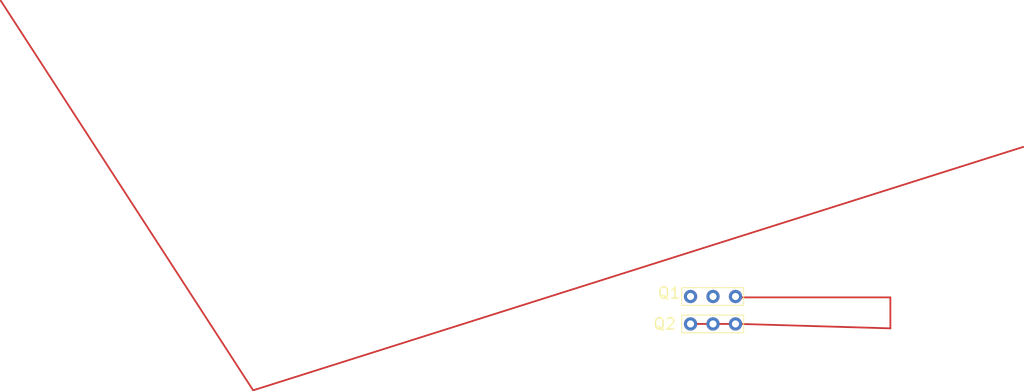
<source format=kicad_pcb>
(kicad_pcb (version 20240108) (generator "pcbnew") (generator_version "8.0")
  (layers (0 "F.Cu" signal) (31 "B.Cu" signal) (34 "B.Paste" user) (35 "F.Paste" user) (36 "B.SilkS" user "B.Silkscreen") (37 "F.SilkS" user "F.Silkscreen") (38 "B.Mask" user) (39 "F.Mask" user) (44 "Edge.Cuts" user))
  (net 0 "")
  (footprint "Transistor_drone:IRLB8721" (layer "F.Cu") (at 214.92 45.5)
    (property "Reference" "Q2" (at -2.92 0 0) (layer "F.SilkS") (effects (font (size 1.27 1.27))))
    (property "Value" "IRLB8721")
    (fp_rect (start -1 -1) (end 6 1) (stroke (width 0.1)) (fill none) (layer "F.SilkS"))
    (pad "1" thru_hole oval (at 0 0) (size 1.5 1.5) (drill 0.8) (layers "F.Cu" "F.Paste" "F.Mask"))
    (pad "2" thru_hole oval (at 2.54 0) (size 1.5 1.5) (drill 0.8) (layers "F.Cu" "F.Paste" "F.Mask"))
    (pad "3" thru_hole oval (at 5.08 0) (size 1.5 1.5) (drill 0.8) (layers "F.Cu" "F.Paste" "F.Mask"))
  )
  (footprint "Transistor_drone:IRLB8721" (layer "F.Cu") (at 214.92 42.4)
    (property "Reference" "Q1" (at -2.42 -0.4 0) (layer "F.SilkS") (effects (font (size 1.27 1.27))))
    (property "Value" "IRLB8721")
    (fp_rect (start -1 -1) (end 6 1) (stroke (width 0.1)) (fill none) (layer "F.SilkS"))
    (pad "1" thru_hole oval (at 0 0) (size 1.5 1.5) (drill 0.8) (layers "F.Cu" "F.Paste" "F.Mask"))
    (pad "2" thru_hole oval (at 2.54 0) (size 1.5 1.5) (drill 0.8) (layers "F.Cu" "F.Paste" "F.Mask"))
    (pad "3" thru_hole oval (at 5.08 0) (size 1.5 1.5) (drill 0.8) (layers "F.Cu" "F.Paste" "F.Mask"))
  )
  (gr_line (start 165.5 53) (end 137 9) (stroke (width 0.2)) (layer "F.Cu"))
  (gr_line (start 237.5 46) (end 220.5 45.5) (stroke (width 0.2)) (layer "F.Cu"))
  (gr_line (start 237.5 42.5) (end 237.5 46) (stroke (width 0.2)) (layer "F.Cu") (net 1))
  (gr_line (start 220.5 45.5) (end 217.42 45.5) (stroke (width 0.2)) (layer "F.Cu"))
  (gr_line (start 220 42.5) (end 237.5 42.5) (stroke (width 0.2)) (layer "F.Cu") (net 1))
  (gr_line (start 252.5 25.5) (end 165.5 53) (stroke (width 0.2)) (layer "F.Cu"))
  (gr_line (start 217.42 45.5) (end 214.92 45.5) (stroke (width 0.2)) (layer "F.Cu"))
)
</source>
